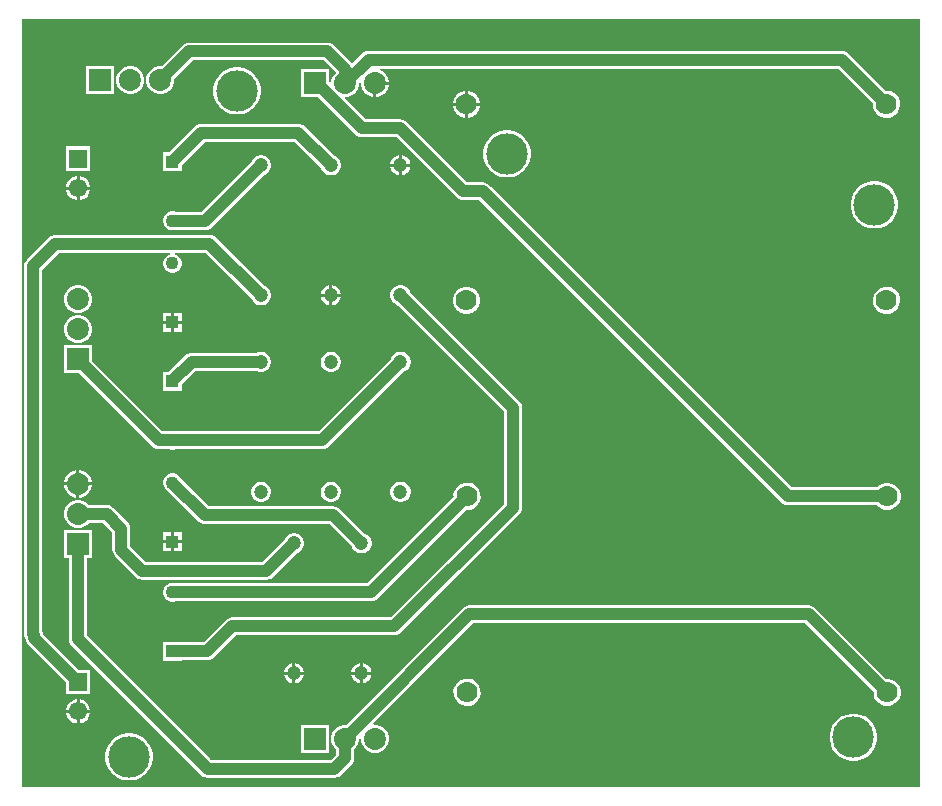
<source format=gbl>
G04*
G04 #@! TF.GenerationSoftware,Altium Limited,Altium Designer,23.3.1 (30)*
G04*
G04 Layer_Physical_Order=2*
G04 Layer_Color=16711680*
%FSLAX25Y25*%
%MOIN*%
G70*
G04*
G04 #@! TF.SameCoordinates,0E418F4D-2CBD-42A3-A537-BC7B457329F7*
G04*
G04*
G04 #@! TF.FilePolarity,Positive*
G04*
G01*
G75*
%ADD22R,0.06102X0.06102*%
%ADD23C,0.06102*%
%ADD25C,0.03937*%
%ADD26C,0.07000*%
%ADD27C,0.13780*%
%ADD28R,0.07323X0.07323*%
%ADD29C,0.07323*%
%ADD30C,0.04331*%
%ADD31R,0.04331X0.04331*%
%ADD32C,0.04724*%
%ADD33R,0.07323X0.07323*%
G36*
X299213Y0D02*
X0D01*
Y255906D01*
X299213D01*
Y0D01*
D02*
G37*
%LPC*%
G36*
X36614Y240161D02*
X35386D01*
X34201Y239844D01*
X33138Y239230D01*
X32270Y238362D01*
X31656Y237299D01*
X31339Y236114D01*
Y234886D01*
X31656Y233701D01*
X32270Y232638D01*
X33138Y231770D01*
X34201Y231156D01*
X35386Y230839D01*
X36614D01*
X37799Y231156D01*
X38862Y231770D01*
X39730Y232638D01*
X40344Y233701D01*
X40661Y234886D01*
Y236114D01*
X40344Y237299D01*
X39730Y238362D01*
X38862Y239230D01*
X37799Y239844D01*
X36614Y240161D01*
D02*
G37*
G36*
X30661D02*
X21339D01*
Y230839D01*
X30661D01*
Y240161D01*
D02*
G37*
G36*
X122161Y234000D02*
X118000D01*
Y229839D01*
X118114D01*
X119299Y230156D01*
X120362Y230770D01*
X121230Y231638D01*
X121844Y232701D01*
X122161Y233886D01*
Y234000D01*
D02*
G37*
G36*
X148592Y232000D02*
X148500D01*
Y228000D01*
X152500D01*
Y228092D01*
X152193Y229237D01*
X151601Y230263D01*
X150763Y231101D01*
X149737Y231693D01*
X148592Y232000D01*
D02*
G37*
G36*
X147500D02*
X147408D01*
X146263Y231693D01*
X145237Y231101D01*
X144399Y230263D01*
X143807Y229237D01*
X143500Y228092D01*
Y228000D01*
X147500D01*
Y232000D01*
D02*
G37*
G36*
X72277Y239890D02*
X70723D01*
X69199Y239587D01*
X67763Y238992D01*
X66471Y238128D01*
X65372Y237029D01*
X64508Y235737D01*
X63913Y234301D01*
X63610Y232777D01*
Y231223D01*
X63913Y229699D01*
X64508Y228263D01*
X65372Y226971D01*
X66471Y225872D01*
X67763Y225008D01*
X69199Y224413D01*
X70723Y224110D01*
X72277D01*
X73801Y224413D01*
X75237Y225008D01*
X76529Y225872D01*
X77628Y226971D01*
X78492Y228263D01*
X79087Y229699D01*
X79390Y231223D01*
Y232777D01*
X79087Y234301D01*
X78492Y235737D01*
X77628Y237029D01*
X76529Y238128D01*
X75237Y238992D01*
X73801Y239587D01*
X72277Y239890D01*
D02*
G37*
G36*
X152500Y227000D02*
X148500D01*
Y223000D01*
X148592D01*
X149737Y223307D01*
X150763Y223899D01*
X151601Y224737D01*
X152193Y225763D01*
X152500Y226908D01*
Y227000D01*
D02*
G37*
G36*
X147500D02*
X143500D01*
Y226908D01*
X143807Y225763D01*
X144399Y224737D01*
X145237Y223899D01*
X146263Y223307D01*
X147408Y223000D01*
X147500D01*
Y227000D01*
D02*
G37*
G36*
X101600Y248094D02*
X55600D01*
X54825Y247992D01*
X54402Y247817D01*
X54103Y247693D01*
X53483Y247217D01*
X46427Y240161D01*
X45386D01*
X44201Y239844D01*
X43138Y239230D01*
X42270Y238362D01*
X41656Y237299D01*
X41339Y236114D01*
Y234886D01*
X41656Y233701D01*
X42270Y232638D01*
X43138Y231770D01*
X44201Y231156D01*
X45386Y230839D01*
X46614D01*
X47799Y231156D01*
X48862Y231770D01*
X49730Y232638D01*
X50344Y233701D01*
X50661Y234886D01*
Y235927D01*
X56840Y242106D01*
X100360D01*
X104437Y238029D01*
X103770Y237362D01*
X103156Y236299D01*
X102839Y235114D01*
Y235035D01*
X102339Y234786D01*
X102161Y234920D01*
Y239161D01*
X92839D01*
Y229839D01*
X98551D01*
X111007Y217383D01*
X111627Y216907D01*
X112349Y216608D01*
X113124Y216506D01*
X124760D01*
X144883Y196383D01*
X145503Y195907D01*
X146225Y195608D01*
X147000Y195506D01*
X152260D01*
X253049Y94716D01*
X253670Y94240D01*
X254392Y93941D01*
X255167Y93839D01*
X284829D01*
X285436Y93233D01*
X286462Y92640D01*
X287606Y92333D01*
X288791D01*
X289936Y92640D01*
X290962Y93233D01*
X291800Y94070D01*
X292392Y95096D01*
X292699Y96241D01*
Y97426D01*
X292392Y98570D01*
X291800Y99597D01*
X290962Y100434D01*
X289936Y101027D01*
X288791Y101333D01*
X287606D01*
X286462Y101027D01*
X285436Y100434D01*
X284829Y99827D01*
X256407D01*
X155617Y200617D01*
X154997Y201093D01*
X154275Y201392D01*
X153500Y201494D01*
X148240D01*
X128117Y221617D01*
X127497Y222093D01*
X126775Y222392D01*
X126000Y222494D01*
X114364D01*
X107482Y229377D01*
X107673Y229839D01*
X108114D01*
X109299Y230156D01*
X110362Y230770D01*
X111230Y231638D01*
X111844Y232701D01*
X112161Y233886D01*
Y234636D01*
X112339Y234764D01*
X112839Y234507D01*
Y233886D01*
X113156Y232701D01*
X113770Y231638D01*
X114638Y230770D01*
X115701Y230156D01*
X116886Y229839D01*
X117000D01*
Y234500D01*
X117500D01*
Y235000D01*
X122161D01*
Y235114D01*
X121844Y236299D01*
X121230Y237362D01*
X120362Y238230D01*
X119299Y238844D01*
X119067Y238906D01*
X119133Y239406D01*
X271860D01*
X283479Y227787D01*
X283537Y226673D01*
X283903Y225546D01*
X284549Y224552D01*
X285429Y223759D01*
X286485Y223221D01*
X287644Y222975D01*
X288827Y223037D01*
X289954Y223403D01*
X290948Y224049D01*
X291741Y224929D01*
X292279Y225985D01*
X292525Y227144D01*
X292463Y228327D01*
X292097Y229454D01*
X291451Y230448D01*
X290571Y231241D01*
X289515Y231779D01*
X288356Y232025D01*
X287742Y231993D01*
X275217Y244517D01*
X274597Y244993D01*
X273875Y245292D01*
X273100Y245394D01*
X115400D01*
X114625Y245292D01*
X113903Y244993D01*
X113283Y244517D01*
X110054Y241288D01*
X109617Y241317D01*
X103717Y247217D01*
X103097Y247693D01*
X102375Y247992D01*
X101600Y248094D01*
D02*
G37*
G36*
X126500Y210500D02*
Y207653D01*
X129347D01*
X129133Y208451D01*
X128690Y209218D01*
X128064Y209844D01*
X127298Y210286D01*
X126500Y210500D01*
D02*
G37*
G36*
X125500D02*
X124702Y210286D01*
X123936Y209844D01*
X123310Y209218D01*
X122867Y208451D01*
X122653Y207653D01*
X125500D01*
Y210500D01*
D02*
G37*
G36*
X22618Y213472D02*
X14516D01*
Y205370D01*
X22618D01*
Y213472D01*
D02*
G37*
G36*
X129347Y206653D02*
X126500D01*
Y203807D01*
X127298Y204020D01*
X128064Y204463D01*
X128690Y205089D01*
X129133Y205856D01*
X129347Y206653D01*
D02*
G37*
G36*
X125500D02*
X122653D01*
X122867Y205856D01*
X123310Y205089D01*
X123936Y204463D01*
X124702Y204020D01*
X125500Y203807D01*
Y206653D01*
D02*
G37*
G36*
X91904Y220994D02*
X59657D01*
X58882Y220892D01*
X58160Y220593D01*
X57540Y220117D01*
X48931Y211508D01*
X46835D01*
Y205177D01*
X53165D01*
Y207274D01*
X60898Y215006D01*
X90663D01*
X99545Y206124D01*
X99617Y205856D01*
X100060Y205089D01*
X100686Y204463D01*
X101452Y204021D01*
X102307Y203791D01*
X103193D01*
X104048Y204021D01*
X104814Y204463D01*
X105440Y205089D01*
X105883Y205856D01*
X106112Y206711D01*
Y207596D01*
X105883Y208451D01*
X105440Y209218D01*
X104814Y209844D01*
X104048Y210287D01*
X103779Y210359D01*
X94021Y220117D01*
X93401Y220593D01*
X92678Y220892D01*
X91904Y220994D01*
D02*
G37*
G36*
X162277Y218890D02*
X160723D01*
X159199Y218587D01*
X157763Y217992D01*
X156471Y217128D01*
X155372Y216029D01*
X154508Y214737D01*
X153913Y213301D01*
X153610Y211777D01*
Y210223D01*
X153913Y208699D01*
X154508Y207263D01*
X155372Y205971D01*
X156471Y204872D01*
X157763Y204008D01*
X159199Y203413D01*
X160723Y203110D01*
X162277D01*
X163801Y203413D01*
X165237Y204008D01*
X166529Y204872D01*
X167628Y205971D01*
X168492Y207263D01*
X169087Y208699D01*
X169390Y210223D01*
Y211777D01*
X169087Y213301D01*
X168492Y214737D01*
X167628Y216029D01*
X166529Y217128D01*
X165237Y217992D01*
X163801Y218587D01*
X162277Y218890D01*
D02*
G37*
G36*
X19100Y203630D02*
X19067D01*
Y200079D01*
X22618D01*
Y200112D01*
X22342Y201143D01*
X21809Y202066D01*
X21055Y202821D01*
X20131Y203354D01*
X19100Y203630D01*
D02*
G37*
G36*
X18067D02*
X18034D01*
X17003Y203354D01*
X16080Y202821D01*
X15325Y202066D01*
X14792Y201143D01*
X14516Y200112D01*
Y200079D01*
X18067D01*
Y203630D01*
D02*
G37*
G36*
X22618Y199079D02*
X19067D01*
Y195528D01*
X19100D01*
X20131Y195804D01*
X21055Y196337D01*
X21809Y197091D01*
X22342Y198015D01*
X22618Y199046D01*
Y199079D01*
D02*
G37*
G36*
X18067D02*
X14516D01*
Y199046D01*
X14792Y198015D01*
X15325Y197091D01*
X16080Y196337D01*
X17003Y195804D01*
X18034Y195528D01*
X18067D01*
Y199079D01*
D02*
G37*
G36*
X79943Y210516D02*
X79057D01*
X78202Y210287D01*
X77436Y209844D01*
X76810Y209218D01*
X76367Y208451D01*
X76295Y208183D01*
X59764Y191651D01*
X51056D01*
X50417Y191823D01*
X49583D01*
X48778Y191607D01*
X48056Y191190D01*
X47467Y190601D01*
X47050Y189879D01*
X46835Y189074D01*
Y188241D01*
X47050Y187436D01*
X47467Y186714D01*
X48056Y186125D01*
X48778Y185708D01*
X49583Y185492D01*
X50417D01*
X51056Y185663D01*
X61004D01*
X61779Y185765D01*
X62501Y186064D01*
X63121Y186540D01*
X80529Y203949D01*
X80798Y204021D01*
X81564Y204463D01*
X82190Y205089D01*
X82633Y205856D01*
X82862Y206711D01*
Y207596D01*
X82633Y208451D01*
X82190Y209218D01*
X81564Y209844D01*
X80798Y210287D01*
X79943Y210516D01*
D02*
G37*
G36*
X284777Y201890D02*
X283223D01*
X281699Y201587D01*
X280263Y200992D01*
X278971Y200128D01*
X277872Y199029D01*
X277008Y197737D01*
X276413Y196301D01*
X276110Y194777D01*
Y193223D01*
X276413Y191699D01*
X277008Y190263D01*
X277872Y188971D01*
X278971Y187872D01*
X280263Y187008D01*
X281699Y186413D01*
X283223Y186110D01*
X284777D01*
X286301Y186413D01*
X287737Y187008D01*
X289029Y187872D01*
X290128Y188971D01*
X290992Y190263D01*
X291587Y191699D01*
X291890Y193223D01*
Y194777D01*
X291587Y196301D01*
X290992Y197737D01*
X290128Y199029D01*
X289029Y200128D01*
X287737Y200992D01*
X286301Y201587D01*
X284777Y201890D01*
D02*
G37*
G36*
X103250Y167193D02*
Y164346D01*
X106097D01*
X105883Y165144D01*
X105440Y165911D01*
X104814Y166537D01*
X104048Y166980D01*
X103250Y167193D01*
D02*
G37*
G36*
X102250D02*
X101452Y166980D01*
X100686Y166537D01*
X100060Y165911D01*
X99617Y165144D01*
X99403Y164346D01*
X102250D01*
Y167193D01*
D02*
G37*
G36*
X106097Y163346D02*
X103250D01*
Y160500D01*
X104048Y160713D01*
X104814Y161156D01*
X105440Y161782D01*
X105883Y162549D01*
X106097Y163346D01*
D02*
G37*
G36*
X102250D02*
X99403D01*
X99617Y162549D01*
X100060Y161782D01*
X100686Y161156D01*
X101452Y160713D01*
X102250Y160500D01*
Y163346D01*
D02*
G37*
G36*
X62346Y183994D02*
X11000D01*
X10225Y183892D01*
X9802Y183717D01*
X9503Y183593D01*
X8883Y183117D01*
X1383Y175617D01*
X907Y174997D01*
X608Y174275D01*
X506Y173500D01*
Y51000D01*
X608Y50225D01*
X907Y49503D01*
X1036Y49334D01*
X1108Y48792D01*
X1407Y48070D01*
X1883Y47450D01*
X14516Y34817D01*
Y30949D01*
X22618D01*
Y39051D01*
X18750D01*
X6948Y50854D01*
X6892Y51275D01*
X6593Y51997D01*
X6494Y52126D01*
Y172260D01*
X12240Y178006D01*
X49069D01*
X49135Y177506D01*
X48778Y177410D01*
X48056Y176994D01*
X47467Y176404D01*
X47050Y175682D01*
X46835Y174877D01*
Y174044D01*
X47050Y173239D01*
X47467Y172517D01*
X48056Y171928D01*
X48778Y171511D01*
X49583Y171295D01*
X50417D01*
X51222Y171511D01*
X51944Y171928D01*
X52533Y172517D01*
X52950Y173239D01*
X53165Y174044D01*
Y174877D01*
X52950Y175682D01*
X52533Y176404D01*
X51944Y176994D01*
X51222Y177410D01*
X50865Y177506D01*
X50931Y178006D01*
X61106D01*
X76295Y162817D01*
X76367Y162549D01*
X76810Y161782D01*
X77436Y161156D01*
X78202Y160713D01*
X79057Y160484D01*
X79943D01*
X80798Y160713D01*
X81564Y161156D01*
X82190Y161782D01*
X82633Y162549D01*
X82862Y163404D01*
Y164289D01*
X82633Y165144D01*
X82190Y165911D01*
X81564Y166537D01*
X80798Y166980D01*
X80529Y167051D01*
X64464Y183117D01*
X63844Y183593D01*
X63121Y183892D01*
X62346Y183994D01*
D02*
G37*
G36*
X19114Y167161D02*
X17886D01*
X16701Y166844D01*
X15638Y166230D01*
X14770Y165362D01*
X14156Y164299D01*
X13839Y163114D01*
Y161886D01*
X14156Y160701D01*
X14770Y159638D01*
X15638Y158770D01*
X16701Y158156D01*
X17886Y157839D01*
X19114D01*
X20299Y158156D01*
X21362Y158770D01*
X22230Y159638D01*
X22844Y160701D01*
X23161Y161886D01*
Y163114D01*
X22844Y164299D01*
X22230Y165362D01*
X21362Y166230D01*
X20299Y166844D01*
X19114Y167161D01*
D02*
G37*
G36*
X148592Y166667D02*
X147408D01*
X146263Y166360D01*
X145237Y165768D01*
X144399Y164930D01*
X143807Y163903D01*
X143500Y162759D01*
Y161574D01*
X143807Y160430D01*
X144399Y159404D01*
X145237Y158566D01*
X146263Y157973D01*
X147408Y157667D01*
X148592D01*
X149737Y157973D01*
X150763Y158566D01*
X151601Y159404D01*
X152193Y160430D01*
X152500Y161574D01*
Y162759D01*
X152193Y163903D01*
X151601Y164930D01*
X150763Y165768D01*
X149737Y166360D01*
X148592Y166667D01*
D02*
G37*
G36*
X288356Y166691D02*
X287173Y166629D01*
X286046Y166263D01*
X285052Y165618D01*
X284259Y164737D01*
X283721Y163682D01*
X283475Y162523D01*
X283537Y161339D01*
X283903Y160213D01*
X284549Y159219D01*
X285429Y158426D01*
X286485Y157888D01*
X287644Y157642D01*
X288827Y157704D01*
X289954Y158070D01*
X290948Y158715D01*
X291741Y159596D01*
X292279Y160652D01*
X292525Y161811D01*
X292463Y162994D01*
X292097Y164121D01*
X291451Y165114D01*
X290571Y165907D01*
X289515Y166445D01*
X288356Y166691D01*
D02*
G37*
G36*
X53165Y157941D02*
X50500D01*
Y155275D01*
X53165D01*
Y157941D01*
D02*
G37*
G36*
X49500D02*
X46835D01*
Y155275D01*
X49500D01*
Y157941D01*
D02*
G37*
G36*
X53165Y154275D02*
X50500D01*
Y151610D01*
X53165D01*
Y154275D01*
D02*
G37*
G36*
X49500D02*
X46835D01*
Y151610D01*
X49500D01*
Y154275D01*
D02*
G37*
G36*
X19114Y157161D02*
X17886D01*
X16701Y156844D01*
X15638Y156230D01*
X14770Y155362D01*
X14156Y154299D01*
X13839Y153114D01*
Y151886D01*
X14156Y150701D01*
X14770Y149638D01*
X15638Y148770D01*
X16701Y148156D01*
X17886Y147839D01*
X19114D01*
X20299Y148156D01*
X21362Y148770D01*
X22230Y149638D01*
X22844Y150701D01*
X23161Y151886D01*
Y153114D01*
X22844Y154299D01*
X22230Y155362D01*
X21362Y156230D01*
X20299Y156844D01*
X19114Y157161D01*
D02*
G37*
G36*
X103193Y145016D02*
X102307D01*
X101452Y144787D01*
X100686Y144344D01*
X100060Y143718D01*
X99617Y142951D01*
X99388Y142096D01*
Y141211D01*
X99617Y140356D01*
X100060Y139589D01*
X100686Y138963D01*
X101452Y138521D01*
X102307Y138291D01*
X103193D01*
X104048Y138521D01*
X104814Y138963D01*
X105440Y139589D01*
X105883Y140356D01*
X106112Y141211D01*
Y142096D01*
X105883Y142951D01*
X105440Y143718D01*
X104814Y144344D01*
X104048Y144787D01*
X103193Y145016D01*
D02*
G37*
G36*
X79943D02*
X79057D01*
X78202Y144787D01*
X77962Y144648D01*
X56390D01*
X55615Y144546D01*
X55192Y144370D01*
X54893Y144247D01*
X54273Y143771D01*
X48931Y138429D01*
X46835D01*
Y132098D01*
X53165D01*
Y134195D01*
X57630Y138660D01*
X77962D01*
X78202Y138521D01*
X79057Y138291D01*
X79943D01*
X80798Y138521D01*
X81564Y138963D01*
X82190Y139589D01*
X82633Y140356D01*
X82862Y141211D01*
Y142096D01*
X82633Y142951D01*
X82190Y143718D01*
X81564Y144344D01*
X80798Y144787D01*
X79943Y145016D01*
D02*
G37*
G36*
X23161Y147161D02*
X13839D01*
Y137839D01*
X18927D01*
X43304Y113461D01*
X43924Y112986D01*
X44646Y112687D01*
X45421Y112584D01*
X48944D01*
X49583Y112413D01*
X50417D01*
X51056Y112584D01*
X99925D01*
X100700Y112687D01*
X101422Y112986D01*
X102042Y113461D01*
X127029Y138449D01*
X127298Y138521D01*
X128064Y138963D01*
X128690Y139589D01*
X129133Y140356D01*
X129362Y141211D01*
Y142096D01*
X129133Y142951D01*
X128690Y143718D01*
X128064Y144344D01*
X127298Y144787D01*
X126443Y145016D01*
X125557D01*
X124702Y144787D01*
X123936Y144344D01*
X123310Y143718D01*
X122867Y142951D01*
X122795Y142683D01*
X98685Y118573D01*
X51056D01*
X50417Y118744D01*
X49583D01*
X48944Y118573D01*
X46662D01*
X23161Y142073D01*
Y147161D01*
D02*
G37*
G36*
X19114Y105661D02*
X19000D01*
Y101500D01*
X23161D01*
Y101614D01*
X22844Y102799D01*
X22230Y103862D01*
X21362Y104730D01*
X20299Y105344D01*
X19114Y105661D01*
D02*
G37*
G36*
X18000D02*
X17886D01*
X16701Y105344D01*
X15638Y104730D01*
X14770Y103862D01*
X14156Y102799D01*
X13839Y101614D01*
Y101500D01*
X18000D01*
Y105661D01*
D02*
G37*
G36*
X23161Y100500D02*
X19000D01*
Y96339D01*
X19114D01*
X20299Y96656D01*
X21362Y97270D01*
X22230Y98138D01*
X22844Y99201D01*
X23161Y100386D01*
Y100500D01*
D02*
G37*
G36*
X18000D02*
X13839D01*
Y100386D01*
X14156Y99201D01*
X14770Y98138D01*
X15638Y97270D01*
X16701Y96656D01*
X17886Y96339D01*
X18000D01*
Y100500D01*
D02*
G37*
G36*
X126443Y101709D02*
X125557D01*
X124702Y101479D01*
X123936Y101037D01*
X123310Y100411D01*
X122867Y99644D01*
X122638Y98789D01*
Y97904D01*
X122867Y97049D01*
X123310Y96282D01*
X123936Y95656D01*
X124702Y95213D01*
X125557Y94984D01*
X126443D01*
X127298Y95213D01*
X128064Y95656D01*
X128690Y96282D01*
X129133Y97049D01*
X129362Y97904D01*
Y98789D01*
X129133Y99644D01*
X128690Y100411D01*
X128064Y101037D01*
X127298Y101479D01*
X126443Y101709D01*
D02*
G37*
G36*
X103193D02*
X102307D01*
X101452Y101479D01*
X100686Y101037D01*
X100060Y100411D01*
X99617Y99644D01*
X99388Y98789D01*
Y97904D01*
X99617Y97049D01*
X100060Y96282D01*
X100686Y95656D01*
X101452Y95213D01*
X102307Y94984D01*
X103193D01*
X104048Y95213D01*
X104814Y95656D01*
X105440Y96282D01*
X105883Y97049D01*
X106112Y97904D01*
Y98789D01*
X105883Y99644D01*
X105440Y100411D01*
X104814Y101037D01*
X104048Y101479D01*
X103193Y101709D01*
D02*
G37*
G36*
X79943D02*
X79057D01*
X78202Y101479D01*
X77436Y101037D01*
X76810Y100411D01*
X76367Y99644D01*
X76138Y98789D01*
Y97904D01*
X76367Y97049D01*
X76810Y96282D01*
X77436Y95656D01*
X78202Y95213D01*
X79057Y94984D01*
X79943D01*
X80798Y95213D01*
X81564Y95656D01*
X82190Y96282D01*
X82633Y97049D01*
X82862Y97904D01*
Y98789D01*
X82633Y99644D01*
X82190Y100411D01*
X81564Y101037D01*
X80798Y101479D01*
X79943Y101709D01*
D02*
G37*
G36*
X53165Y84862D02*
X50500D01*
Y82197D01*
X53165D01*
Y84862D01*
D02*
G37*
G36*
X49500D02*
X46835D01*
Y82197D01*
X49500D01*
Y84862D01*
D02*
G37*
G36*
X53165Y81197D02*
X50500D01*
Y78531D01*
X53165D01*
Y81197D01*
D02*
G37*
G36*
X49500D02*
X46835D01*
Y78531D01*
X49500D01*
Y81197D01*
D02*
G37*
G36*
X50417Y104547D02*
X49583D01*
X48778Y104332D01*
X48056Y103915D01*
X47467Y103326D01*
X47050Y102604D01*
X46835Y101799D01*
Y100965D01*
X47050Y100160D01*
X47467Y99438D01*
X48056Y98849D01*
X48629Y98518D01*
X58765Y88383D01*
X59385Y87907D01*
X59684Y87783D01*
X60107Y87608D01*
X60882Y87506D01*
X102413D01*
X109795Y80124D01*
X109867Y79856D01*
X110310Y79089D01*
X110936Y78463D01*
X111702Y78021D01*
X112557Y77791D01*
X113443D01*
X114298Y78021D01*
X115064Y78463D01*
X115690Y79089D01*
X116133Y79856D01*
X116362Y80711D01*
Y81596D01*
X116133Y82451D01*
X115690Y83218D01*
X115064Y83844D01*
X114298Y84287D01*
X114029Y84359D01*
X105771Y92617D01*
X105151Y93093D01*
X104429Y93392D01*
X103654Y93494D01*
X62122D01*
X52864Y102753D01*
X52533Y103326D01*
X51944Y103915D01*
X51222Y104332D01*
X50417Y104547D01*
D02*
G37*
G36*
X19114Y95661D02*
X17886D01*
X16701Y95344D01*
X15638Y94730D01*
X14770Y93862D01*
X14156Y92799D01*
X13839Y91614D01*
Y90386D01*
X14156Y89201D01*
X14770Y88138D01*
X15638Y87270D01*
X16701Y86656D01*
X17886Y86339D01*
X19114D01*
X20299Y86656D01*
X21362Y87270D01*
X22031Y87939D01*
X26827D01*
X30006Y84760D01*
Y79000D01*
X30108Y78225D01*
X30407Y77503D01*
X30883Y76883D01*
X37883Y69883D01*
X38503Y69407D01*
X39225Y69108D01*
X40000Y69006D01*
X81346D01*
X82121Y69108D01*
X82844Y69407D01*
X83464Y69883D01*
X91529Y77949D01*
X91798Y78021D01*
X92564Y78463D01*
X93190Y79089D01*
X93633Y79856D01*
X93862Y80711D01*
Y81596D01*
X93633Y82451D01*
X93190Y83218D01*
X92564Y83844D01*
X91798Y84287D01*
X90943Y84516D01*
X90057D01*
X89202Y84287D01*
X88436Y83844D01*
X87810Y83218D01*
X87367Y82451D01*
X87295Y82183D01*
X80106Y74994D01*
X41240D01*
X35994Y80240D01*
Y86000D01*
X35892Y86775D01*
X35593Y87497D01*
X35117Y88117D01*
X30184Y93050D01*
X29564Y93526D01*
X28842Y93825D01*
X28067Y93927D01*
X22165D01*
X21362Y94730D01*
X20299Y95344D01*
X19114Y95661D01*
D02*
G37*
G36*
X148555Y101358D02*
X147372Y101296D01*
X146245Y100930D01*
X145251Y100285D01*
X144458Y99404D01*
X143920Y98348D01*
X143674Y97189D01*
X143706Y96575D01*
X114968Y67837D01*
X51056D01*
X50417Y68008D01*
X49583D01*
X48778Y67792D01*
X48056Y67375D01*
X47467Y66786D01*
X47050Y66064D01*
X46835Y65259D01*
Y64426D01*
X47050Y63621D01*
X47467Y62899D01*
X48056Y62310D01*
X48778Y61893D01*
X49583Y61677D01*
X50417D01*
X51056Y61848D01*
X116208D01*
X116983Y61950D01*
X117705Y62250D01*
X118325Y62725D01*
X147912Y92312D01*
X149026Y92371D01*
X150153Y92737D01*
X151146Y93382D01*
X151939Y94263D01*
X152477Y95318D01*
X152724Y96477D01*
X152662Y97660D01*
X152295Y98787D01*
X151650Y99781D01*
X150770Y100574D01*
X149714Y101112D01*
X148555Y101358D01*
D02*
G37*
G36*
X126443Y167209D02*
X125557D01*
X124702Y166980D01*
X123936Y166537D01*
X123310Y165911D01*
X122867Y165144D01*
X122638Y164289D01*
Y163404D01*
X122867Y162549D01*
X123310Y161782D01*
X123936Y161156D01*
X124702Y160713D01*
X124971Y160641D01*
X160506Y125106D01*
Y94240D01*
X122760Y56494D01*
X70000D01*
X69225Y56392D01*
X68503Y56093D01*
X67883Y55617D01*
X60417Y48151D01*
X53165D01*
Y48323D01*
X46835D01*
Y41992D01*
X53165D01*
Y42163D01*
X61657D01*
X62432Y42265D01*
X63155Y42564D01*
X63775Y43040D01*
X71240Y50506D01*
X124000D01*
X124775Y50608D01*
X125497Y50907D01*
X126117Y51383D01*
X165617Y90883D01*
X166093Y91503D01*
X166392Y92225D01*
X166494Y93000D01*
Y126346D01*
X166392Y127121D01*
X166093Y127843D01*
X165617Y128464D01*
X129205Y164876D01*
X129133Y165144D01*
X128690Y165911D01*
X128064Y166537D01*
X127298Y166980D01*
X126443Y167209D01*
D02*
G37*
G36*
X113500Y41193D02*
Y38346D01*
X116347D01*
X116133Y39144D01*
X115690Y39911D01*
X115064Y40537D01*
X114298Y40979D01*
X113500Y41193D01*
D02*
G37*
G36*
X91000D02*
Y38346D01*
X93847D01*
X93633Y39144D01*
X93190Y39911D01*
X92564Y40537D01*
X91798Y40979D01*
X91000Y41193D01*
D02*
G37*
G36*
X112500D02*
X111702Y40979D01*
X110936Y40537D01*
X110310Y39911D01*
X109867Y39144D01*
X109653Y38346D01*
X112500D01*
Y41193D01*
D02*
G37*
G36*
X90000D02*
X89202Y40979D01*
X88436Y40537D01*
X87810Y39911D01*
X87367Y39144D01*
X87153Y38346D01*
X90000D01*
Y41193D01*
D02*
G37*
G36*
X116347Y37346D02*
X113500D01*
Y34500D01*
X114298Y34713D01*
X115064Y35156D01*
X115690Y35782D01*
X116133Y36549D01*
X116347Y37346D01*
D02*
G37*
G36*
X93847D02*
X91000D01*
Y34500D01*
X91798Y34713D01*
X92564Y35156D01*
X93190Y35782D01*
X93633Y36549D01*
X93847Y37346D01*
D02*
G37*
G36*
X90000D02*
X87153D01*
X87367Y36549D01*
X87810Y35782D01*
X88436Y35156D01*
X89202Y34713D01*
X90000Y34500D01*
Y37346D01*
D02*
G37*
G36*
X112500D02*
X109653D01*
X109867Y36549D01*
X110310Y35782D01*
X110936Y35156D01*
X111702Y34713D01*
X112500Y34500D01*
Y37346D01*
D02*
G37*
G36*
X23161Y85661D02*
X13839D01*
Y76339D01*
X15506D01*
Y49200D01*
X15608Y48425D01*
X15907Y47703D01*
X16383Y47083D01*
X59583Y3883D01*
X60203Y3407D01*
X60925Y3108D01*
X61700Y3006D01*
X104000D01*
X104775Y3108D01*
X105497Y3407D01*
X106117Y3883D01*
X109617Y7383D01*
X110093Y8003D01*
X110392Y8725D01*
X110494Y9500D01*
Y12402D01*
X111230Y13138D01*
X111844Y14201D01*
X112161Y15386D01*
Y16136D01*
X112339Y16264D01*
X112839Y16007D01*
Y15386D01*
X113156Y14201D01*
X113770Y13138D01*
X114638Y12270D01*
X115701Y11656D01*
X116886Y11339D01*
X118114D01*
X119299Y11656D01*
X120362Y12270D01*
X121230Y13138D01*
X121844Y14201D01*
X122161Y15386D01*
Y16614D01*
X121844Y17799D01*
X121230Y18862D01*
X120362Y19730D01*
X119299Y20344D01*
X118114Y20661D01*
X117103D01*
X116896Y21161D01*
X150240Y54506D01*
X260959D01*
X283699Y31766D01*
Y30908D01*
X284005Y29763D01*
X284598Y28737D01*
X285436Y27899D01*
X286462Y27307D01*
X287606Y27000D01*
X288791D01*
X289936Y27307D01*
X290962Y27899D01*
X291800Y28737D01*
X292392Y29763D01*
X292699Y30908D01*
Y32092D01*
X292392Y33237D01*
X291800Y34263D01*
X290962Y35101D01*
X289936Y35693D01*
X288791Y36000D01*
X287933D01*
X264316Y59617D01*
X263696Y60093D01*
X262974Y60392D01*
X262199Y60494D01*
X149000D01*
X148225Y60392D01*
X147802Y60217D01*
X147503Y60093D01*
X146883Y59617D01*
X107927Y20661D01*
X106886D01*
X105701Y20344D01*
X104638Y19730D01*
X103770Y18862D01*
X103156Y17799D01*
X102839Y16614D01*
Y15386D01*
X103156Y14201D01*
X103770Y13138D01*
X104506Y12402D01*
Y10740D01*
X102760Y8994D01*
X62940D01*
X21494Y50440D01*
Y76339D01*
X23161D01*
Y85661D01*
D02*
G37*
G36*
X148555Y36025D02*
X147372Y35963D01*
X146245Y35597D01*
X145251Y34951D01*
X144458Y34071D01*
X143920Y33015D01*
X143674Y31856D01*
X143736Y30673D01*
X144102Y29546D01*
X144747Y28552D01*
X145628Y27759D01*
X146684Y27222D01*
X147843Y26975D01*
X149026Y27037D01*
X150153Y27403D01*
X151146Y28049D01*
X151939Y28929D01*
X152477Y29985D01*
X152724Y31144D01*
X152662Y32327D01*
X152295Y33454D01*
X151650Y34448D01*
X150770Y35241D01*
X149714Y35778D01*
X148555Y36025D01*
D02*
G37*
G36*
X19100Y29209D02*
X19067D01*
Y25658D01*
X22618D01*
Y25691D01*
X22342Y26721D01*
X21809Y27645D01*
X21055Y28399D01*
X20131Y28933D01*
X19100Y29209D01*
D02*
G37*
G36*
X18067D02*
X18034D01*
X17003Y28933D01*
X16080Y28399D01*
X15325Y27645D01*
X14792Y26721D01*
X14516Y25691D01*
Y25658D01*
X18067D01*
Y29209D01*
D02*
G37*
G36*
X22618Y24658D02*
X19067D01*
Y21106D01*
X19100D01*
X20131Y21383D01*
X21055Y21916D01*
X21809Y22670D01*
X22342Y23594D01*
X22618Y24624D01*
Y24658D01*
D02*
G37*
G36*
X18067D02*
X14516D01*
Y24624D01*
X14792Y23594D01*
X15325Y22670D01*
X16080Y21916D01*
X17003Y21383D01*
X18034Y21106D01*
X18067D01*
Y24658D01*
D02*
G37*
G36*
X102161Y20661D02*
X92839D01*
Y11339D01*
X102161D01*
Y20661D01*
D02*
G37*
G36*
X277777Y24390D02*
X276223D01*
X274699Y24087D01*
X273263Y23492D01*
X271971Y22628D01*
X270872Y21529D01*
X270008Y20237D01*
X269413Y18801D01*
X269110Y17277D01*
Y15723D01*
X269413Y14199D01*
X270008Y12763D01*
X270872Y11471D01*
X271971Y10372D01*
X273263Y9508D01*
X274699Y8913D01*
X276223Y8610D01*
X277777D01*
X279301Y8913D01*
X280737Y9508D01*
X282029Y10372D01*
X283128Y11471D01*
X283992Y12763D01*
X284587Y14199D01*
X284890Y15723D01*
Y17277D01*
X284587Y18801D01*
X283992Y20237D01*
X283128Y21529D01*
X282029Y22628D01*
X280737Y23492D01*
X279301Y24087D01*
X277777Y24390D01*
D02*
G37*
G36*
X36277Y17890D02*
X34723D01*
X33199Y17587D01*
X31763Y16992D01*
X30471Y16128D01*
X29372Y15029D01*
X28508Y13737D01*
X27913Y12301D01*
X27610Y10777D01*
Y9223D01*
X27913Y7699D01*
X28508Y6263D01*
X29372Y4971D01*
X30471Y3872D01*
X31763Y3008D01*
X33199Y2413D01*
X34723Y2110D01*
X36277D01*
X37801Y2413D01*
X39237Y3008D01*
X40529Y3872D01*
X41628Y4971D01*
X42492Y6263D01*
X43087Y7699D01*
X43390Y9223D01*
Y10777D01*
X43087Y12301D01*
X42492Y13737D01*
X41628Y15029D01*
X40529Y16128D01*
X39237Y16992D01*
X37801Y17587D01*
X36277Y17890D01*
D02*
G37*
%LPD*%
D22*
X18567Y209421D02*
D03*
Y35000D02*
D03*
D23*
Y199579D02*
D03*
Y25158D02*
D03*
D25*
X50000Y45157D02*
X61657D01*
X124000Y53500D02*
X163500Y93000D01*
X61657Y45157D02*
X70000Y53500D01*
X124000D01*
X163500Y93000D02*
Y126346D01*
X126000Y163846D02*
X163500Y126346D01*
X107500Y16000D02*
X149000Y57500D01*
X262199D02*
X288199Y31500D01*
X149000Y57500D02*
X262199D01*
X99817Y232807D02*
X113124Y219500D01*
X126000D01*
X147000Y198500D01*
X153500D02*
X255167Y96833D01*
X147000Y198500D02*
X153500D01*
X255167Y96833D02*
X288199D01*
X97500Y234500D02*
X99193Y232807D01*
X99817D01*
X107500Y9500D02*
Y16000D01*
X104000Y6000D02*
X107500Y9500D01*
X18500Y49200D02*
X61700Y6000D01*
X104000D01*
X91904Y218000D02*
X102750Y207154D01*
X59657Y218000D02*
X91904D01*
X50000Y208343D02*
X59657Y218000D01*
X4000Y49567D02*
Y50500D01*
Y49567D02*
X18567Y35000D01*
X3500Y51000D02*
Y173500D01*
Y51000D02*
X4000Y50500D01*
X3500Y173500D02*
X11000Y181000D01*
X62346D02*
X79500Y163846D01*
X11000Y181000D02*
X62346D01*
X81346Y72000D02*
X90500Y81154D01*
X40000Y72000D02*
X81346D01*
X50000Y64843D02*
X116208D01*
X148199Y96833D01*
X50000Y101382D02*
X60882Y90500D01*
X103654D01*
X113000Y81154D01*
X33000Y79000D02*
X40000Y72000D01*
X28067Y90933D02*
X33000Y86000D01*
Y79000D02*
Y86000D01*
X18567Y90933D02*
X28067D01*
X18500Y91000D02*
X18567Y90933D01*
X107500Y234500D02*
Y239200D01*
X101600Y245100D02*
X107500Y239200D01*
X55600Y245100D02*
X101600D01*
X46000Y235500D02*
X55600Y245100D01*
X45421Y115579D02*
X50000D01*
X18500Y142500D02*
X45421Y115579D01*
X18500Y49200D02*
Y81000D01*
X273100Y242400D02*
X288000Y227500D01*
X115400Y242400D02*
X273100D01*
X107500Y234500D02*
X115400Y242400D01*
X50000Y135264D02*
X56390Y141654D01*
X79500D01*
X99925Y115579D02*
X126000Y141654D01*
X50000Y115579D02*
X99925D01*
X61004Y188657D02*
X79500Y207154D01*
X50000Y188657D02*
X61004D01*
D26*
X288000Y162167D02*
D03*
X148000D02*
D03*
X288000Y227500D02*
D03*
X148000D02*
D03*
X148199Y31500D02*
D03*
Y96833D02*
D03*
X288199D02*
D03*
Y31500D02*
D03*
D27*
X161500Y211000D02*
D03*
X71500Y232000D02*
D03*
X35500Y10000D02*
D03*
X277000Y16500D02*
D03*
X284000Y194000D02*
D03*
D28*
X97500Y16000D02*
D03*
X26000Y235500D02*
D03*
X97500Y234500D02*
D03*
D29*
X107500Y16000D02*
D03*
X117500D02*
D03*
Y234500D02*
D03*
X18500Y101000D02*
D03*
X46000Y235500D02*
D03*
X36000D02*
D03*
X107500Y234500D02*
D03*
X18500Y152500D02*
D03*
Y162500D02*
D03*
Y91000D02*
D03*
D30*
X50000Y115579D02*
D03*
Y174461D02*
D03*
Y188657D02*
D03*
Y64843D02*
D03*
Y101382D02*
D03*
D31*
Y135264D02*
D03*
Y154775D02*
D03*
Y81697D02*
D03*
Y208343D02*
D03*
Y45157D02*
D03*
D32*
X102750Y98346D02*
D03*
X79500D02*
D03*
X126000D02*
D03*
Y207153D02*
D03*
X113000Y37846D02*
D03*
X102750Y163846D02*
D03*
X90500Y37846D02*
D03*
X126000Y163846D02*
D03*
X79500Y141654D02*
D03*
X90500Y81154D02*
D03*
X113000D02*
D03*
X126000Y141654D02*
D03*
X102750Y207154D02*
D03*
Y141654D02*
D03*
X79500Y163846D02*
D03*
Y207154D02*
D03*
D33*
X18500Y142500D02*
D03*
Y81000D02*
D03*
M02*

</source>
